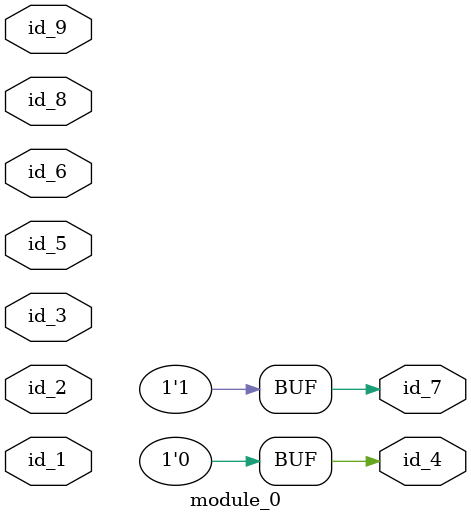
<source format=v>
module module_0 (
    id_1,
    id_2,
    id_3,
    id_4,
    id_5,
    id_6,
    id_7,
    id_8,
    id_9
);
  inout id_9;
  input id_8;
  output id_7;
  input id_6;
  inout id_5;
  output id_4;
  input id_3;
  inout id_2;
  input id_1;
  assign id_4 = "";
  assign id_7 = 1;
  assign id_9[1] = 1 ? id_2 : 1 ? id_6 == 1 : 1;
endmodule

</source>
